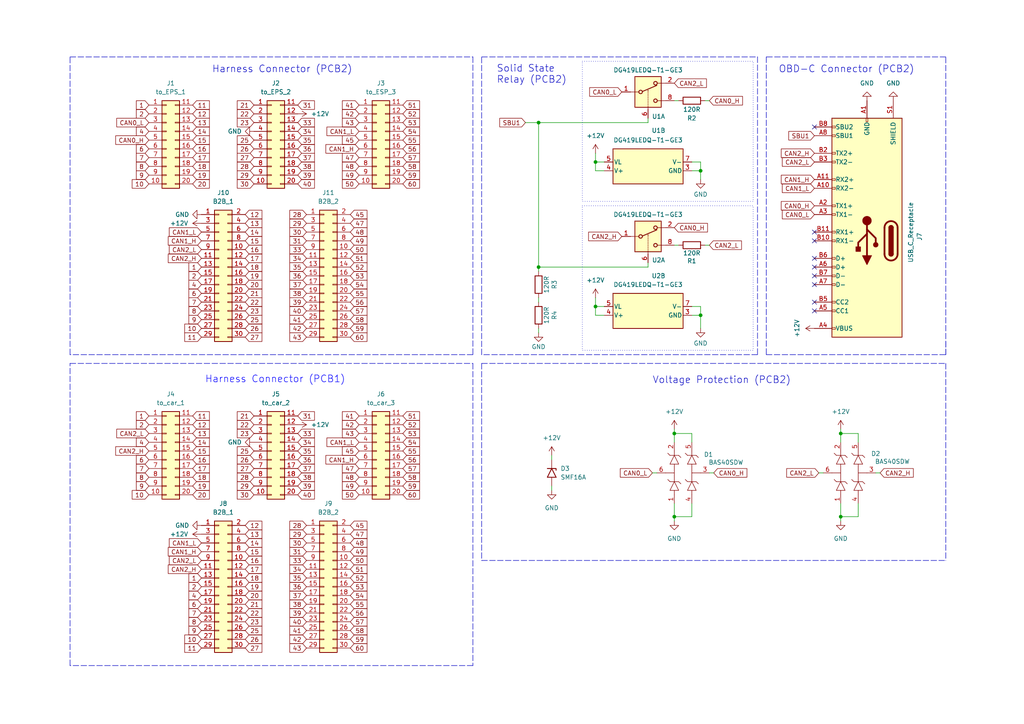
<source format=kicad_sch>
(kicad_sch (version 20250114) (generator "eeschema") (generator_version "9.0")
  (paper "A4")
  (rectangle (start 168.91 59.69) (end 218.44 101.6) (stroke (width 0) (type dot)))
  (rectangle (start 168.91 17.78) (end 218.44 58.42) (stroke (width 0) (type dot)))
  (text "Harness Connector (PCB2)" (at 61.468 21.336 0) (effects (font (size 2 2)) (justify left bottom)))
  (text "Voltage Protection (PCB2)" (at 189.23 111.506 0) (effects (font (size 2 2)) (justify left bottom)))
  (text "OBD-C Connector (PCB2)" (at 225.806 21.336 0) (effects (font (size 2 2)) (justify left bottom)))
  (text "Solid State \nRelay (PCB2)" (at 144.018 24.384 0) (effects (font (size 2 2)) (justify left bottom)))
  (text "Harness Connector (PCB1)" (at 59.436 111.252 0) (effects (font (size 2 2)) (justify left bottom)))
  (junction (at 156.21 35.56))
  (junction (at 172.72 46.99))
  (junction (at 195.58 125.73))
  (junction (at 243.84 149.86))
  (junction (at 156.21 77.47))
  (junction (at 243.84 125.73))
  (junction (at 203.2 91.44))
  (junction (at 172.72 88.9))
  (junction (at 203.2 49.53))
  (junction (at 195.58 149.86))
  (no_connect (at 236.22 67.31))
  (no_connect (at 236.22 69.85))
  (no_connect (at 236.22 90.17))
  (no_connect (at 236.22 87.63))
  (no_connect (at 236.22 82.55))
  (no_connect (at 236.22 77.47))
  (no_connect (at 236.22 74.93))
  (no_connect (at 236.22 80.01))
  (no_connect (at 236.22 36.83))
  (polyline (pts (xy 274.32 16.51) (xy 222.25 16.51)) (stroke (width 0) (type dash)))
  (wire (pts (xy 172.72 86.36) (xy 172.72 88.9)))
  (wire (pts (xy 195.58 149.86) (xy 195.58 151.13)))
  (wire (pts (xy 203.2 91.44) (xy 203.2 95.25)))
  (wire (pts (xy 156.21 77.47) (xy 156.21 78.74)))
  (wire (pts (xy 189.23 137.16) (xy 190.5 137.16)))
  (wire (pts (xy 237.49 137.16) (xy 238.76 137.16)))
  (wire (pts (xy 172.72 46.99) (xy 172.72 44.45)))
  (wire (pts (xy 243.84 125.73) (xy 243.84 128.27)))
  (polyline (pts (xy 222.25 16.51) (xy 222.25 102.87)) (stroke (width 0) (type dash)))
  (polyline (pts (xy 222.25 102.87) (xy 274.32 102.87)) (stroke (width 0) (type dash)))
  (wire (pts (xy 243.84 124.46) (xy 243.84 125.73)))
  (polyline (pts (xy 139.7 105.41) (xy 139.7 162.56)) (stroke (width 0) (type dash)))
  (wire (pts (xy 204.47 71.12) (xy 205.74 71.12)))
  (polyline (pts (xy 139.7 105.41) (xy 274.32 105.41)) (stroke (width 0) (type dash)))
  (wire (pts (xy 243.84 149.86) (xy 243.84 151.13)))
  (wire (pts (xy 196.85 29.21) (xy 195.58 29.21)))
  (wire (pts (xy 203.2 49.53) (xy 203.2 52.07)))
  (wire (pts (xy 175.26 49.53) (xy 172.72 49.53)))
  (wire (pts (xy 243.84 125.73) (xy 248.92 125.73)))
  (polyline (pts (xy 219.71 102.87) (xy 139.7 102.87)) (stroke (width 0) (type dash)))
  (wire (pts (xy 195.58 125.73) (xy 195.58 128.27)))
  (wire (pts (xy 196.85 71.12) (xy 195.58 71.12)))
  (wire (pts (xy 195.58 125.73) (xy 200.66 125.73)))
  (polyline (pts (xy 137.16 105.41) (xy 137.16 193.04)) (stroke (width 0) (type dash)))
  (wire (pts (xy 200.66 128.27) (xy 200.66 125.73)))
  (polyline (pts (xy 139.7 16.51) (xy 219.71 16.51)) (stroke (width 0) (type dash)))
  (wire (pts (xy 255.27 137.16) (xy 254 137.16)))
  (polyline (pts (xy 20.32 193.04) (xy 20.32 105.41)) (stroke (width 0) (type dash)))
  (wire (pts (xy 175.26 88.9) (xy 172.72 88.9)))
  (wire (pts (xy 203.2 88.9) (xy 203.2 91.44)))
  (wire (pts (xy 200.66 91.44) (xy 203.2 91.44)))
  (wire (pts (xy 200.66 146.05) (xy 200.66 149.86)))
  (wire (pts (xy 195.58 146.05) (xy 195.58 149.86)))
  (wire (pts (xy 175.26 91.44) (xy 172.72 91.44)))
  (wire (pts (xy 248.92 128.27) (xy 248.92 125.73)))
  (wire (pts (xy 160.02 140.97) (xy 160.02 142.24)))
  (polyline (pts (xy 219.71 16.51) (xy 219.71 102.87)) (stroke (width 0) (type dash)))
  (wire (pts (xy 243.84 149.86) (xy 248.92 149.86)))
  (wire (pts (xy 207.01 137.16) (xy 205.74 137.16)))
  (wire (pts (xy 205.74 29.21) (xy 204.47 29.21)))
  (wire (pts (xy 175.26 46.99) (xy 172.72 46.99)))
  (polyline (pts (xy 274.32 102.87) (xy 274.32 16.51)) (stroke (width 0) (type dash)))
  (polyline (pts (xy 139.7 102.87) (xy 139.7 16.51)) (stroke (width 0) (type dash)))
  (wire (pts (xy 156.21 35.56) (xy 187.96 35.56)))
  (wire (pts (xy 156.21 95.25) (xy 156.21 96.52)))
  (wire (pts (xy 195.58 149.86) (xy 200.66 149.86)))
  (polyline (pts (xy 139.7 162.56) (xy 274.32 162.56)) (stroke (width 0) (type dash)))
  (polyline (pts (xy 137.16 193.04) (xy 20.32 193.04)) (stroke (width 0) (type dash)))
  (wire (pts (xy 172.72 91.44) (xy 172.72 88.9)))
  (wire (pts (xy 203.2 46.99) (xy 203.2 49.53)))
  (wire (pts (xy 187.96 77.47) (xy 187.96 76.2)))
  (polyline (pts (xy 274.32 99.06) (xy 274.32 102.87)) (stroke (width 0) (type dash)))
  (polyline (pts (xy 20.32 102.87) (xy 20.32 16.51)) (stroke (width 0) (type dash)))
  (wire (pts (xy 156.21 77.47) (xy 187.96 77.47)))
  (wire (pts (xy 152.4 35.56) (xy 156.21 35.56)))
  (polyline (pts (xy 274.32 105.41) (xy 274.32 162.56)) (stroke (width 0) (type dash)))
  (wire (pts (xy 156.21 35.56) (xy 156.21 77.47)))
  (wire (pts (xy 243.84 146.05) (xy 243.84 149.86)))
  (wire (pts (xy 160.02 132.08) (xy 160.02 133.35)))
  (wire (pts (xy 195.58 124.46) (xy 195.58 125.73)))
  (polyline (pts (xy 20.32 16.51) (xy 137.16 16.51)) (stroke (width 0) (type dash)))
  (wire (pts (xy 200.66 49.53) (xy 203.2 49.53)))
  (wire (pts (xy 200.66 88.9) (xy 203.2 88.9)))
  (wire (pts (xy 172.72 49.53) (xy 172.72 46.99)))
  (wire (pts (xy 248.92 146.05) (xy 248.92 149.86)))
  (polyline (pts (xy 137.16 16.51) (xy 137.16 102.87)) (stroke (width 0) (type dash)))
  (polyline (pts (xy 137.16 102.87) (xy 20.32 102.87)) (stroke (width 0) (type dash)))
  (wire (pts (xy 200.66 46.99) (xy 203.2 46.99)))
  (polyline (pts (xy 20.32 105.41) (xy 137.16 105.41)) (stroke (width 0) (type dash)))
  (wire (pts (xy 187.96 34.29) (xy 187.96 35.56)))
  (wire (pts (xy 156.21 87.63) (xy 156.21 86.36)))
  (global_label "18" (shape input) (at 71.12 77.47 0) (property "Intersheetrefs" "${INTERSHEET_REFS}" (effects (hide yes))))
  (global_label "51" (shape input) (at 116.84 30.48 0) (property "Intersheetrefs" "${INTERSHEET_REFS}" (effects (hide yes))))
  (global_label "11" (shape input) (at 58.42 187.96 180) (property "Intersheetrefs" "${INTERSHEET_REFS}" (effects (hide yes))))
  (global_label "8" (shape input) (at 58.42 90.17 180) (property "Intersheetrefs" "${INTERSHEET_REFS}" (effects (hide yes))))
  (global_label "13" (shape input) (at 55.88 35.56 0) (property "Intersheetrefs" "${INTERSHEET_REFS}" (effects (hide yes))))
  (global_label "54" (shape input) (at 101.6 82.55 0) (property "Intersheetrefs" "${INTERSHEET_REFS}" (effects (hide yes))))
  (global_label "CAN2_L" (shape input) (at 58.42 72.39 180) (property "Intersheetrefs" "${INTERSHEET_REFS}" (effects (hide yes))))
  (global_label "50" (shape input) (at 104.14 143.51 180) (property "Intersheetrefs" "${INTERSHEET_REFS}" (effects (hide yes))))
  (global_label "31" (shape input) (at 86.36 120.65 0) (property "Intersheetrefs" "${INTERSHEET_REFS}" (effects (hide yes))))
  (global_label "54" (shape input) (at 116.84 128.27 0) (property "Intersheetrefs" "${INTERSHEET_REFS}" (effects (hide yes))))
  (global_label "1" (shape input) (at 58.42 77.47 180) (property "Intersheetrefs" "${INTERSHEET_REFS}" (effects (hide yes))))
  (global_label "CAN1_L" (shape input) (at 236.22 54.61 180) (property "Intersheetrefs" "${INTERSHEET_REFS}" (effects (hide yes))))
  (global_label "CAN0_H" (shape input) (at 43.18 40.64 180) (property "Intersheetrefs" "${INTERSHEET_REFS}" (effects (hide yes))))
  (global_label "49" (shape input) (at 104.14 140.97 180) (property "Intersheetrefs" "${INTERSHEET_REFS}" (effects (hide yes))))
  (global_label "59" (shape input) (at 101.6 95.25 0) (property "Intersheetrefs" "${INTERSHEET_REFS}" (effects (hide yes))))
  (global_label "39" (shape input) (at 86.36 50.8 0) (property "Intersheetrefs" "${INTERSHEET_REFS}" (effects (hide yes))))
  (global_label "16" (shape input) (at 55.88 43.18 0) (property "Intersheetrefs" "${INTERSHEET_REFS}" (effects (hide yes))))
  (global_label "14" (shape input) (at 71.12 67.31 0) (property "Intersheetrefs" "${INTERSHEET_REFS}" (effects (hide yes))))
  (global_label "56" (shape input) (at 101.6 87.63 0) (property "Intersheetrefs" "${INTERSHEET_REFS}" (effects (hide yes))))
  (global_label "36" (shape input) (at 88.9 80.01 180) (property "Intersheetrefs" "${INTERSHEET_REFS}" (effects (hide yes))))
  (global_label "26" (shape input) (at 71.12 95.25 0) (property "Intersheetrefs" "${INTERSHEET_REFS}" (effects (hide yes))))
  (global_label "60" (shape input) (at 116.84 143.51 0) (property "Intersheetrefs" "${INTERSHEET_REFS}" (effects (hide yes))))
  (global_label "38" (shape input) (at 88.9 175.26 180) (property "Intersheetrefs" "${INTERSHEET_REFS}" (effects (hide yes))))
  (global_label "59" (shape input) (at 116.84 140.97 0) (property "Intersheetrefs" "${INTERSHEET_REFS}" (effects (hide yes))))
  (global_label "CAN2_H" (shape input) (at 58.42 74.93 180) (property "Intersheetrefs" "${INTERSHEET_REFS}" (effects (hide yes))))
  (global_label "23" (shape input) (at 71.12 180.34 0) (property "Intersheetrefs" "${INTERSHEET_REFS}" (effects (hide yes))))
  (global_label "23" (shape input) (at 73.66 125.73 180) (property "Intersheetrefs" "${INTERSHEET_REFS}" (effects (hide yes))))
  (global_label "41" (shape input) (at 88.9 182.88 180) (property "Intersheetrefs" "${INTERSHEET_REFS}" (effects (hide yes))))
  (global_label "38" (shape input) (at 86.36 48.26 0) (property "Intersheetrefs" "${INTERSHEET_REFS}" (effects (hide yes))))
  (global_label "25" (shape input) (at 71.12 92.71 0) (property "Intersheetrefs" "${INTERSHEET_REFS}" (effects (hide yes))))
  (global_label "37" (shape input) (at 86.36 45.72 0) (property "Intersheetrefs" "${INTERSHEET_REFS}" (effects (hide yes))))
  (global_label "13" (shape input) (at 55.88 125.73 0) (property "Intersheetrefs" "${INTERSHEET_REFS}" (effects (hide yes))))
  (global_label "25" (shape input) (at 73.66 130.81 180) (property "Intersheetrefs" "${INTERSHEET_REFS}" (effects (hide yes))))
  (global_label "45" (shape input) (at 101.6 152.4 0) (property "Intersheetrefs" "${INTERSHEET_REFS}" (effects (hide yes))))
  (global_label "60" (shape input) (at 101.6 97.79 0) (property "Intersheetrefs" "${INTERSHEET_REFS}" (effects (hide yes))))
  (global_label "29" (shape input) (at 88.9 64.77 180) (property "Intersheetrefs" "${INTERSHEET_REFS}" (effects (hide yes))))
  (global_label "26" (shape input) (at 73.66 133.35 180) (property "Intersheetrefs" "${INTERSHEET_REFS}" (effects (hide yes))))
  (global_label "53" (shape input) (at 116.84 125.73 0) (property "Intersheetrefs" "${INTERSHEET_REFS}" (effects (hide yes))))
  (global_label "12" (shape input) (at 55.88 33.02 0) (property "Intersheetrefs" "${INTERSHEET_REFS}" (effects (hide yes))))
  (global_label "7" (shape input) (at 58.42 87.63 180) (property "Intersheetrefs" "${INTERSHEET_REFS}" (effects (hide yes))))
  (global_label "33" (shape input) (at 86.36 125.73 0) (property "Intersheetrefs" "${INTERSHEET_REFS}" (effects (hide yes))))
  (global_label "53" (shape input) (at 116.84 35.56 0) (property "Intersheetrefs" "${INTERSHEET_REFS}" (effects (hide yes))))
  (global_label "29" (shape input) (at 88.9 154.94 180) (property "Intersheetrefs" "${INTERSHEET_REFS}" (effects (hide yes))))
  (global_label "CAN0_L" (shape input) (at 180.34 26.67 180) (property "Intersheetrefs" "${INTERSHEET_REFS}" (effects (hide yes))))
  (global_label "12" (shape input) (at 55.88 123.19 0) (property "Intersheetrefs" "${INTERSHEET_REFS}" (effects (hide yes))))
  (global_label "30" (shape input) (at 73.66 143.51 180) (property "Intersheetrefs" "${INTERSHEET_REFS}" (effects (hide yes))))
  (global_label "51" (shape input) (at 101.6 74.93 0) (property "Intersheetrefs" "${INTERSHEET_REFS}" (effects (hide yes))))
  (global_label "52" (shape input) (at 101.6 77.47 0) (property "Intersheetrefs" "${INTERSHEET_REFS}" (effects (hide yes))))
  (global_label "43" (shape input) (at 104.14 125.73 180) (property "Intersheetrefs" "${INTERSHEET_REFS}" (effects (hide yes))))
  (global_label "9" (shape input) (at 58.42 182.88 180) (property "Intersheetrefs" "${INTERSHEET_REFS}" (effects (hide yes))))
  (global_label "2" (shape input) (at 58.42 170.18 180) (property "Intersheetrefs" "${INTERSHEET_REFS}" (effects (hide yes))))
  (global_label "49" (shape input) (at 101.6 69.85 0) (property "Intersheetrefs" "${INTERSHEET_REFS}" (effects (hide yes))))
  (global_label "19" (shape input) (at 71.12 80.01 0) (property "Intersheetrefs" "${INTERSHEET_REFS}" (effects (hide yes))))
  (global_label "15" (shape input) (at 71.12 160.02 0) (property "Intersheetrefs" "${INTERSHEET_REFS}" (effects (hide yes))))
  (global_label "17" (shape input) (at 55.88 45.72 0) (property "Intersheetrefs" "${INTERSHEET_REFS}" (effects (hide yes))))
  (global_label "37" (shape input) (at 88.9 172.72 180) (property "Intersheetrefs" "${INTERSHEET_REFS}" (effects (hide yes))))
  (global_label "CAN1_H" (shape input) (at 58.42 160.02 180) (property "Intersheetrefs" "${INTERSHEET_REFS}" (effects (hide yes))))
  (global_label "34" (shape input) (at 86.36 128.27 0) (property "Intersheetrefs" "${INTERSHEET_REFS}" (effects (hide yes))))
  (global_label "39" (shape input) (at 88.9 177.8 180) (property "Intersheetrefs" "${INTERSHEET_REFS}" (effects (hide yes))))
  (global_label "CAN1_L" (shape input) (at 58.42 67.31 180) (property "Intersheetrefs" "${INTERSHEET_REFS}" (effects (hide yes))))
  (global_label "17" (shape input) (at 71.12 74.93 0) (property "Intersheetrefs" "${INTERSHEET_REFS}" (effects (hide yes))))
  (global_label "41" (shape input) (at 88.9 92.71 180) (property "Intersheetrefs" "${INTERSHEET_REFS}" (effects (hide yes))))
  (global_label "16" (shape input) (at 71.12 72.39 0) (property "Intersheetrefs" "${INTERSHEET_REFS}" (effects (hide yes))))
  (global_label "28" (shape input) (at 73.66 48.26 180) (property "Intersheetrefs" "${INTERSHEET_REFS}" (effects (hide yes))))
  (global_label "1" (shape input) (at 43.18 120.65 180) (property "Intersheetrefs" "${INTERSHEET_REFS}" (effects (hide yes))))
  (global_label "54" (shape input) (at 116.84 38.1 0) (property "Intersheetrefs" "${INTERSHEET_REFS}" (effects (hide yes))))
  (global_label "23" (shape input) (at 73.66 35.56 180) (property "Intersheetrefs" "${INTERSHEET_REFS}" (effects (hide yes))))
  (global_label "52" (shape input) (at 116.84 123.19 0) (property "Intersheetrefs" "${INTERSHEET_REFS}" (effects (hide yes))))
  (global_label "50" (shape input) (at 101.6 72.39 0) (property "Intersheetrefs" "${INTERSHEET_REFS}" (effects (hide yes))))
  (global_label "27" (shape input) (at 71.12 187.96 0) (property "Intersheetrefs" "${INTERSHEET_REFS}" (effects (hide yes))))
  (global_label "49" (shape input) (at 101.6 160.02 0) (property "Intersheetrefs" "${INTERSHEET_REFS}" (effects (hide yes))))
  (global_label "13" (shape input) (at 71.12 64.77 0) (property "Intersheetrefs" "${INTERSHEET_REFS}" (effects (hide yes))))
  (global_label "4" (shape input) (at 58.42 172.72 180) (property "Intersheetrefs" "${INTERSHEET_REFS}" (effects (hide yes))))
  (global_label "11" (shape input) (at 58.42 97.79 180) (property "Intersheetrefs" "${INTERSHEET_REFS}" (effects (hide yes))))
  (global_label "7" (shape input) (at 43.18 135.89 180) (property "Intersheetrefs" "${INTERSHEET_REFS}" (effects (hide yes))))
  (global_label "15" (shape input) (at 55.88 130.81 0) (property "Intersheetrefs" "${INTERSHEET_REFS}" (effects (hide yes))))
  (global_label "8" (shape input) (at 43.18 138.43 180) (property "Intersheetrefs" "${INTERSHEET_REFS}" (effects (hide yes))))
  (global_label "1" (shape input) (at 43.18 30.48 180) (property "Intersheetrefs" "${INTERSHEET_REFS}" (effects (hide yes))))
  (global_label "39" (shape input) (at 86.36 140.97 0) (property "Intersheetrefs" "${INTERSHEET_REFS}" (effects (hide yes))))
  (global_label "41" (shape input) (at 104.14 30.48 180) (property "Intersheetrefs" "${INTERSHEET_REFS}" (effects (hide yes))))
  (global_label "CAN2_L" (shape input) (at 237.49 137.16 180) (property "Intersheetrefs" "${INTERSHEET_REFS}" (effects (hide yes))))
  (global_label "11" (shape input) (at 55.88 120.65 0) (property "Intersheetrefs" "${INTERSHEET_REFS}" (effects (hide yes))))
  (global_label "59" (shape input) (at 116.84 50.8 0) (property "Intersheetrefs" "${INTERSHEET_REFS}" (effects (hide yes))))
  (global_label "55" (shape input) (at 116.84 40.64 0) (property "Intersheetrefs" "${INTERSHEET_REFS}" (effects (hide yes))))
  (global_label "48" (shape input) (at 104.14 138.43 180) (property "Intersheetrefs" "${INTERSHEET_REFS}" (effects (hide yes))))
  (global_label "20" (shape input) (at 71.12 172.72 0) (property "Intersheetrefs" "${INTERSHEET_REFS}" (effects (hide yes))))
  (global_label "14" (shape input) (at 71.12 157.48 0) (property "Intersheetrefs" "${INTERSHEET_REFS}" (effects (hide yes))))
  (global_label "15" (shape input) (at 55.88 40.64 0) (property "Intersheetrefs" "${INTERSHEET_REFS}" (effects (hide yes))))
  (global_label "30" (shape input) (at 88.9 157.48 180) (property "Intersheetrefs" "${INTERSHEET_REFS}" (effects (hide yes))))
  (global_label "21" (shape input) (at 73.66 30.48 180) (property "Intersheetrefs" "${INTERSHEET_REFS}" (effects (hide yes))))
  (global_label "12" (shape input) (at 71.12 152.4 0) (property "Intersheetrefs" "${INTERSHEET_REFS}" (effects (hide yes))))
  (global_label "19" (shape input) (at 55.88 50.8 0) (property "Intersheetrefs" "${INTERSHEET_REFS}" (effects (hide yes))))
  (global_label "50" (shape input) (at 101.6 162.56 0) (property "Intersheetrefs" "${INTERSHEET_REFS}" (effects (hide yes))))
  (global_label "60" (shape input) (at 116.84 53.34 0) (property "Intersheetrefs" "${INTERSHEET_REFS}" (effects (hide yes))))
  (global_label "45" (shape input) (at 101.6 62.23 0) (property "Intersheetrefs" "${INTERSHEET_REFS}" (effects (hide yes))))
  (global_label "SBU1" (shape input) (at 236.22 39.37 180) (property "Intersheetrefs" "${INTERSHEET_REFS}" (effects (hide yes))))
  (global_label "CAN1_L" (shape input) (at 58.42 157.48 180) (property "Intersheetrefs" "${INTERSHEET_REFS}" (effects (hide yes))))
  (global_label "21" (shape input) (at 71.12 175.26 0) (property "Intersheetrefs" "${INTERSHEET_REFS}" (effects (hide yes))))
  (global_label "13" (shape input) (at 71.12 154.94 0) (property "Intersheetrefs" "${INTERSHEET_REFS}" (effects (hide yes))))
  (global_label "33" (shape input) (at 88.9 72.39 180) (property "Intersheetrefs" "${INTERSHEET_REFS}" (effects (hide yes))))
  (global_label "55" (shape input) (at 101.6 175.26 0) (property "Intersheetrefs" "${INTERSHEET_REFS}" (effects (hide yes))))
  (global_label "31" (shape input) (at 88.9 160.02 180) (property "Intersheetrefs" "${INTERSHEET_REFS}" (effects (hide yes))))
  (global_label "15" (shape input) (at 71.12 69.85 0) (property "Intersheetrefs" "${INTERSHEET_REFS}" (effects (hide yes))))
  (global_label "37" (shape input) (at 88.9 82.55 180) (property "Intersheetrefs" "${INTERSHEET_REFS}" (effects (hide yes))))
  (global_label "27" (shape input) (at 73.66 45.72 180) (property "Intersheetrefs" "${INTERSHEET_REFS}" (effects (hide yes))))
  (global_label "11" (shape input) (at 55.88 30.48 0) (property "Intersheetrefs" "${INTERSHEET_REFS}" (effects (hide yes))))
  (global_label "28" (shape input) (at 88.9 62.23 180) (property "Intersheetrefs" "${INTERSHEET_REFS}" (effects (hide yes))))
  (global_label "57" (shape input) (at 101.6 180.34 0) (property "Intersheetrefs" "${INTERSHEET_REFS}" (effects (hide yes))))
  (global_label "40" (shape input) (at 86.36 53.34 0) (property "Intersheetrefs" "${INTERSHEET_REFS}" (effects (hide yes))))
  (global_label "43" (shape input) (at 88.9 187.96 180) (property "Intersheetrefs" "${INTERSHEET_REFS}" (effects (hide yes))))
  (global_label "50" (shape input) (at 104.14 53.34 180) (property "Intersheetrefs" "${INTERSHEET_REFS}" (effects (hide yes))))
  (global_label "SBU1" (shape input) (at 152.4 35.56 180) (property "Intersheetrefs" "${INTERSHEET_REFS}" (effects (hide yes))))
  (global_label "57" (shape input) (at 116.84 135.89 0) (property "Intersheetrefs" "${INTERSHEET_REFS}" (effects (hide yes))))
  (global_label "42" (shape input) (at 104.14 33.02 180) (property "Intersheetrefs" "${INTERSHEET_REFS}" (effects (hide yes))))
  (global_label "4" (shape input) (at 58.42 82.55 180) (property "Intersheetrefs" "${INTERSHEET_REFS}" (effects (hide yes))))
  (global_label "18" (shape input) (at 55.88 138.43 0) (property "Intersheetrefs" "${INTERSHEET_REFS}" (effects (hide yes))))
  (global_label "CAN1_H" (shape input) (at 236.22 52.07 180) (property "Intersheetrefs" "${INTERSHEET_REFS}" (effects (hide yes))))
  (global_label "53" (shape input) (at 101.6 170.18 0) (property "Intersheetrefs" "${INTERSHEET_REFS}" (effects (hide yes))))
  (global_label "CAN0_H" (shape input) (at 236.22 59.69 180) (property "Intersheetrefs" "${INTERSHEET_REFS}" (effects (hide yes))))
  (global_label "25" (shape input) (at 73.66 40.64 180) (property "Intersheetrefs" "${INTERSHEET_REFS}" (effects (hide yes))))
  (global_label "29" (shape input) (at 73.66 140.97 180) (property "Intersheetrefs" "${INTERSHEET_REFS}" (effects (hide yes))))
  (global_label "56" (shape input) (at 101.6 177.8 0) (property "Intersheetrefs" "${INTERSHEET_REFS}" (effects (hide yes))))
  (global_label "23" (shape input) (at 71.12 90.17 0) (property "Intersheetrefs" "${INTERSHEET_REFS}" (effects (hide yes))))
  (global_label "47" (shape input) (at 101.6 154.94 0) (property "Intersheetrefs" "${INTERSHEET_REFS}" (effects (hide yes))))
  (global_label "14" (shape input) (at 55.88 38.1 0) (property "Intersheetrefs" "${INTERSHEET_REFS}" (effects (hide yes))))
  (global_label "58" (shape input) (at 101.6 182.88 0) (property "Intersheetrefs" "${INTERSHEET_REFS}" (effects (hide yes))))
  (global_label "28" (shape input) (at 88.9 152.4 180) (property "Intersheetrefs" "${INTERSHEET_REFS}" (effects (hide yes))))
  (global_label "47" (shape input) (at 104.14 135.89 180) (property "Intersheetrefs" "${INTERSHEET_REFS}" (effects (hide yes))))
  (global_label "58" (shape input) (at 116.84 48.26 0) (property "Intersheetrefs" "${INTERSHEET_REFS}" (effects (hide yes))))
  (global_label "CAN0_L" (shape input) (at 43.18 35.56 180) (property "Intersheetrefs" "${INTERSHEET_REFS}" (effects (hide yes))))
  (global_label "19" (shape input) (at 55.88 140.97 0) (property "Intersheetrefs" "${INTERSHEET_REFS}" (effects (hide yes))))
  (global_label "27" (shape input) (at 73.66 135.89 180) (property "Intersheetrefs" "${INTERSHEET_REFS}" (effects (hide yes))))
  (global_label "CAN0_H" (shape input) (at 207.01 137.16 0) (property "Intersheetrefs" "${INTERSHEET_REFS}" (effects (hide yes))))
  (global_label "58" (shape input) (at 116.84 138.43 0) (property "Intersheetrefs" "${INTERSHEET_REFS}" (effects (hide yes))))
  (global_label "40" (shape input) (at 86.36 143.51 0) (property "Intersheetrefs" "${INTERSHEET_REFS}" (effects (hide yes))))
  (global_label "35" (shape input) (at 86.36 40.64 0) (property "Intersheetrefs" "${INTERSHEET_REFS}" (effects (hide yes))))
  (global_label "10" (shape input) (at 58.42 95.25 180) (property "Intersheetrefs" "${INTERSHEET_REFS}" (effects (hide yes))))
  (global_label "35" (shape input) (at 86.36 130.81 0) (property "Intersheetrefs" "${INTERSHEET_REFS}" (effects (hide yes))))
  (global_label "42" (shape input) (at 88.9 185.42 180) (property "Intersheetrefs" "${INTERSHEET_REFS}" (effects (hide yes))))
  (global_label "34" (shape input) (at 88.9 165.1 180) (property "Intersheetrefs" "${INTERSHEET_REFS}" (effects (hide yes))))
  (global_label "49" (shape input) (at 104.14 50.8 180) (property "Intersheetrefs" "${INTERSHEET_REFS}" (effects (hide yes))))
  (global_label "34" (shape input) (at 86.36 38.1 0) (property "Intersheetrefs" "${INTERSHEET_REFS}" (effects (hide yes))))
  (global_label "CAN1_H" (shape input) (at 104.14 133.35 180) (property "Intersheetrefs" "${INTERSHEET_REFS}" (effects (hide yes))))
  (global_label "CAN0_H" (shape input) (at 195.58 66.04 0) (property "Intersheetrefs" "${INTERSHEET_REFS}" (effects (hide yes))))
  (global_label "6" (shape input) (at 43.18 133.35 180) (property "Intersheetrefs" "${INTERSHEET_REFS}" (effects (hide yes))))
  (global_label "CAN1_L" (shape input) (at 104.14 38.1 180) (property "Intersheetrefs" "${INTERSHEET_REFS}" (effects (hide yes))))
  (global_label "18" (shape input) (at 55.88 48.26 0) (property "Intersheetrefs" "${INTERSHEET_REFS}" (effects (hide yes))))
  (global_label "CAN1_L" (shape input) (at 104.14 128.27 180) (property "Intersheetrefs" "${INTERSHEET_REFS}" (effects (hide yes))))
  (global_label "33" (shape input) (at 88.9 162.56 180) (property "Intersheetrefs" "${INTERSHEET_REFS}" (effects (hide yes))))
  (global_label "CAN2_L" (shape input) (at 236.22 46.99 180) (property "Intersheetrefs" "${INTERSHEET_REFS}" (effects (hide yes))))
  (global_label "6" (shape input) (at 43.18 43.18 180) (property "Intersheetrefs" "${INTERSHEET_REFS}" (effects (hide yes))))
  (global_label "22" (shape input) (at 73.66 33.02 180) (property "Intersheetrefs" "${INTERSHEET_REFS}" (effects (hide yes))))
  (global_label "2" (shape input) (at 43.18 123.19 180) (property "Intersheetrefs" "${INTERSHEET_REFS}" (effects (hide yes))))
  (global_label "42" (shape input) (at 88.9 95.25 180) (property "Intersheetrefs" "${INTERSHEET_REFS}" (effects (hide yes))))
  (global_label "19" (shape input) (at 71.12 170.18 0) (property "Intersheetrefs" "${INTERSHEET_REFS}" (effects (hide yes))))
  (global_label "42" (shape input) (at 104.14 123.19 180) (property "Intersheetrefs" "${INTERSHEET_REFS}" (effects (hide yes))))
  (global_label "CAN2_H" (shape input) (at 180.34 68.58 180) (property "Intersheetrefs" "${INTERSHEET_REFS}" (effects (hide yes))))
  (global_label "20" (shape input) (at 55.88 53.34 0) (property "Intersheetrefs" "${INTERSHEET_REFS}" (effects (hide yes))))
  (global_label "CAN2_L" (shape input) (at 43.18 125.73 180) (property "Intersheetrefs" "${INTERSHEET_REFS}" (effects (hide yes))))
  (global_label "35" (shape input) (at 88.9 77.47 180) (property "Intersheetrefs" "${INTERSHEET_REFS}" (effects (hide yes))))
  (global_label "36" (shape input) (at 86.36 133.35 0) (property "Intersheetrefs" "${INTERSHEET_REFS}" (effects (hide yes))))
  (global_label "27" (shape input) (at 71.12 97.79 0) (property "Intersheetrefs" "${INTERSHEET_REFS}" (effects (hide yes))))
  (global_label "26" (shape input) (at 71.12 185.42 0) (property "Intersheetrefs" "${INTERSHEET_REFS}" (effects (hide yes))))
  (global_label "36" (shape input) (at 86.36 43.18 0) (property "Intersheetrefs" "${INTERSHEET_REFS}" (effects (hide yes))))
  (global_label "17" (shape input) (at 71.12 165.1 0) (property "Intersheetrefs" "${INTERSHEET_REFS}" (effects (hide yes))))
  (global_label "51" (shape input) (at 116.84 120.65 0) (property "Intersheetrefs" "${INTERSHEET_REFS}" (effects (hide yes))))
  (global_label "20" (shape input) (at 71.12 82.55 0) (property "Intersheetrefs" "${INTERSHEET_REFS}" (effects (hide yes))))
  (global_label "41" (shape input) (at 104.14 120.65 180) (property "Intersheetrefs" "${INTERSHEET_REFS}" (effects (hide yes))))
  (global_label "9" (shape input) (at 58.42 92.71 180) (property "Intersheetrefs" "${INTERSHEET_REFS}" (effects (hide yes))))
  (global_label "21" (shape input) (at 73.66 120.65 180) (property "Intersheetrefs" "${INTERSHEET_REFS}" (effects (hide yes))))
  (global_label "18" (shape input) (at 71.12 167.64 0) (property "Intersheetrefs" "${INTERSHEET_REFS}" (effects (hide yes))))
  (global_label "40" (shape input) (at 88.9 90.17 180) (property "Intersheetrefs" "${INTERSHEET_REFS}" (effects (hide yes))))
  (global_label "56" (shape input) (at 116.84 43.18 0) (property "Intersheetrefs" "${INTERSHEET_REFS}" (effects (hide yes))))
  (global_label "CAN2_H" (shape input) (at 43.18 130.81 180) (property "Intersheetrefs" "${INTERSHEET_REFS}" (effects (hide yes))))
  (global_label "38" (shape input) (at 88.9 85.09 180) (property "Intersheetrefs" "${INTERSHEET_REFS}" (effects (hide yes))))
  (global_label "6" (shape input) (at 58.42 85.09 180) (property "Intersheetrefs" "${INTERSHEET_REFS}" (effects (hide yes))))
  (global_label "40" (shape input) (at 88.9 180.34 180) (property "Intersheetrefs" "${INTERSHEET_REFS}" (effects (hide yes))))
  (global_label "8" (shape input) (at 43.18 48.26 180) (property "Intersheetrefs" "${INTERSHEET_REFS}" (effects (hide yes))))
  (global_label "22" (shape input) (at 73.66 123.19 180) (property "Intersheetrefs" "${INTERSHEET_REFS}" (effects (hide yes))))
  (global_label "4" (shape input) (at 43.18 128.27 180) (property "Intersheetrefs" "${INTERSHEET_REFS}" (effects (hide yes))))
  (global_label "37" (shape input) (at 86.36 135.89 0) (property "Intersheetrefs" "${INTERSHEET_REFS}" (effects (hide yes))))
  (global_label "25" (shape input) (at 71.12 182.88 0) (property "Intersheetrefs" "${INTERSHEET_REFS}" (effects (hide yes))))
  (global_label "48" (shape input) (at 104.14 48.26 180) (property "Intersheetrefs" "${INTERSHEET_REFS}" (effects (hide yes))))
  (global_label "CAN2_L" (shape input) (at 195.58 24.13 0) (property "Intersheetrefs" "${INTERSHEET_REFS}" (effects (hide yes))))
  (global_label "55" (shape input) (at 116.84 130.81 0) (property "Intersheetrefs" "${INTERSHEET_REFS}" (effects (hide yes))))
  (global_label "16" (shape input) (at 55.88 133.35 0) (property "Intersheetrefs" "${INTERSHEET_REFS}" (effects (hide yes))))
  (global_label "38" (shape input) (at 86.36 138.43 0) (property "Intersheetrefs" "${INTERSHEET_REFS}" (effects (hide yes))))
  (global_label "CAN0_H" (shape input) (at 205.74 29.21 0) (property "Intersheetrefs" "${INTERSHEET_REFS}" (effects (hide yes))))
  (global_label "55" (shape input) (at 101.6 85.09 0) (property "Intersheetrefs" "${INTERSHEET_REFS}" (effects (hide yes))))
  (global_label "29" (shape input) (at 73.66 50.8 180) (property "Intersheetrefs" "${INTERSHEET_REFS}" (effects (hide yes))))
  (global_label "10" (shape input) (at 58.42 185.42 180) (property "Intersheetrefs" "${INTERSHEET_REFS}" (effects (hide yes))))
  (global_label "22" (shape input) (at 71.12 87.63 0) (property "Intersheetrefs" "${INTERSHEET_REFS}" (effects (hide yes))))
  (global_label "60" (shape input) (at 101.6 187.96 0) (property "Intersheetrefs" "${INTERSHEET_REFS}" (effects (hide yes))))
  (global_label "34" (shape input) (at 88.9 74.93 180) (property "Intersheetrefs" "${INTERSHEET_REFS}" (effects (hide yes))))
  (global_label "12" (shape input) (at 71.12 62.23 0) (property "Intersheetrefs" "${INTERSHEET_REFS}" (effects (hide yes))))
  (global_label "26" (shape input) (at 73.66 43.18 180) (property "Intersheetrefs" "${INTERSHEET_REFS}" (effects (hide yes))))
  (global_label "14" (shape input) (at 55.88 128.27 0) (property "Intersheetrefs" "${INTERSHEET_REFS}" (effects (hide yes))))
  (global_label "CAN2_H" (shape input) (at 58.42 165.1 180) (property "Intersheetrefs" "${INTERSHEET_REFS}" (effects (hide yes))))
  (global_label "52" (shape input) (at 101.6 167.64 0) (property "Intersheetrefs" "${INTERSHEET_REFS}" (effects (hide yes))))
  (global_label "17" (shape input) (at 55.88 135.89 0) (property "Intersheetrefs" "${INTERSHEET_REFS}" (effects (hide yes))))
  (global_label "CAN2_H" (shape input) (at 236.22 44.45 180) (property "Intersheetrefs" "${INTERSHEET_REFS}" (effects (hide yes))))
  (global_label "47" (shape input) (at 101.6 64.77 0) (property "Intersheetrefs" "${INTERSHEET_REFS}" (effects (hide yes))))
  (global_label "31" (shape input) (at 88.9 69.85 180) (property "Intersheetrefs" "${INTERSHEET_REFS}" (effects (hide yes))))
  (global_label "31" (shape input) (at 86.36 30.48 0) (property "Intersheetrefs" "${INTERSHEET_REFS}" (effects (hide yes))))
  (global_label "4" (shape input) (at 43.18 38.1 180) (property "Intersheetrefs" "${INTERSHEET_REFS}" (effects (hide yes))))
  (global_label "30" (shape input) (at 73.66 53.34 180) (property "Intersheetrefs" "${INTERSHEET_REFS}" (effects (hide yes))))
  (global_label "21" (shape input) (at 71.12 85.09 0) (property "Intersheetrefs" "${INTERSHEET_REFS}" (effects (hide yes))))
  (global_label "43" (shape input) (at 88.9 97.79 180) (property "Intersheetrefs" "${INTERSHEET_REFS}" (effects (hide yes))))
  (global_label "CAN0_L" (shape input) (at 236.22 62.23 180) (property "Intersheetrefs" "${INTERSHEET_REFS}" (effects (hide yes))))
  (global_label "58" (shape input) (at 101.6 92.71 0) (property "Intersheetrefs" "${INTERSHEET_REFS}" (effects (hide yes))))
  (global_label "48" (shape input) (at 101.6 157.48 0) (property "Intersheetrefs" "${INTERSHEET_REFS}" (effects (hide yes))))
  (global_label "9" (shape input) (at 43.18 50.8 180) (property "Intersheetrefs" "${INTERSHEET_REFS}" (effects (hide yes))))
  (global_label "52" (shape input) (at 116.84 33.02 0) (property "Intersheetrefs" "${INTERSHEET_REFS}" (effects (hide yes))))
  (global_label "57" (shape input) (at 116.84 45.72 0) (property "Intersheetrefs" "${INTERSHEET_REFS}" (effects (hide yes))))
  (global_label "CAN2_L" (shape input) (at 205.74 71.12 0) (property "Intersheetrefs" "${INTERSHEET_REFS}" (effects (hide yes))))
  (global_label "6" (shape input) (at 58.42 175.26 180) (property "Intersheetrefs" "${INTERSHEET_REFS}" (effects (hide yes))))
  (global_label "36" (shape input) (at 88.9 170.18 180) (property "Intersheetrefs" "${INTERSHEET_REFS}" (effects (hide yes))))
  (global_label "45" (shape input) (at 104.14 130.81 180) (property "Intersheetrefs" "${INTERSHEET_REFS}" (effects (hide yes))))
  (global_label "CAN2_L" (shape input) (at 58.42 162.56 180) (property "Intersheetrefs" "${INTERSHEET_REFS}" (effects (hide yes))))
  (global_label "48" (shape input) (at 101.6 67.31 0) (property "Intersheetrefs" "${INTERSHEET_REFS}" (effects (hide yes))))
  (global_label "53" (shape input) (at 101.6 80.01 0) (property "Intersheetrefs" "${INTERSHEET_REFS}" (effects (hide yes))))
  (global_label "CAN2_H" (shape input) (at 255.27 137.16 0) (property "Intersheetrefs" "${INTERSHEET_REFS}" (effects (hide yes))))
  (global_label "22" (shape input) (at 71.12 177.8 0) (property "Intersheetrefs" "${INTERSHEET_REFS}" (effects (hide yes))))
  (global_label "2" (shape input) (at 58.42 80.01 180) (property "Intersheetrefs" "${INTERSHEET_REFS}" (effects (hide yes))))
  (global_label "8" (shape input) (at 58.42 180.34 180) (property "Intersheetrefs" "${INTERSHEET_REFS}" (effects (hide yes))))
  (global_label "30" (shape input) (at 88.9 67.31 180) (property "Intersheetrefs" "${INTERSHEET_REFS}" (effects (hide yes))))
  (global_label "33" (shape input) (at 86.36 35.56 0) (property "Intersheetrefs" "${INTERSHEET_REFS}" (effects (hide yes))))
  (global_label "39" (shape input) (at 88.9 87.63 180) (property "Intersheetrefs" "${INTERSHEET_REFS}" (effects (hide yes))))
  (global_label "54" (shape input) (at 101.6 172.72 0) (property "Intersheetrefs" "${INTERSHEET_REFS}" (effects (hide yes))))
  (global_label "16" (shape input) (at 71.12 162.56 0) (property "Intersheetrefs" "${INTERSHEET_REFS}" (effects (hide yes))))
  (global_label "43" (shape input) (at 104.14 35.56 180) (property "Intersheetrefs" "${INTERSHEET_REFS}" (effects (hide yes))))
  (global_label "57" (shape input) (at 101.6 90.17 0) (property "Intersheetrefs" "${INTERSHEET_REFS}" (effects (hide yes))))
  (global_label "7" (shape input) (at 58.42 177.8 180) (property "Intersheetrefs" "${INTERSHEET_REFS}" (effects (hide yes))))
  (global_label "35" (shape input) (at 88.9 167.64 180) (property "Intersheetrefs" "${INTERSHEET_REFS}" (effects (hide yes))))
  (global_label "59" (shape input) (at 101.6 185.42 0) (property "Intersheetrefs" "${INTERSHEET_REFS}" (effects (hide yes))))
  (global_label "CAN0_L" (shape input) (at 189.23 137.16 180) (property "Intersheetrefs" "${INTERSHEET_REFS}" (effects (hide yes))))
  (global_label "9" (shape input) (at 43.18 140.97 180) (property "Intersheetrefs" "${INTERSHEET_REFS}" (effects (hide yes))))
  (global_label "51" (shape input) (at 101.6 165.1 0) (property "Intersheetrefs" "${INTERSHEET_REFS}" (effects (hide yes))))
  (global_label "56" (shape input) (at 116.84 133.35 0) (property "Intersheetrefs" "${INTERSHEET_REFS}" (effects (hide yes))))
  (global_label "2" (shape input) (at 43.18 33.02 180) (property "Intersheetrefs" "${INTERSHEET_REFS}" (effects (hide yes))))
  (global_label "1" (shape input) (at 58.42 167.64 180) (property "Intersheetrefs" "${INTERSHEET_REFS}" (effects (hide yes))))
  (global_label "28" (shape input) (at 73.66 138.43 180) (property "Intersheetrefs" "${INTERSHEET_REFS}" (effects (hide yes))))
  (global_label "CAN1_H" (shape input) (at 104.14 43.18 180) (property "Intersheetrefs" "${INTERSHEET_REFS}" (effects (hide yes))))
  (global_label "10" (shape input) (at 43.18 53.34 180) (property "Intersheetrefs" "${INTERSHEET_REFS}" (effects (hide yes))))
  (global_label "20" (shape input) (at 55.88 143.51 0) (property "Intersheetrefs" "${INTERSHEET_REFS}" (effects (hide yes))))
  (global_label "10" (shape input) (at 43.18 143.51 180) (property "Intersheetrefs" "${INTERSHEET_REFS}" (effects (hide yes))))
  (global_label "7" (shape input) (at 43.18 45.72 180) (property "Intersheetrefs" "${INTERSHEET_REFS}" (effects (hide yes))))
  (global_label "47" (shape input) (at 104.14 45.72 180) (property "Intersheetrefs" "${INTERSHEET_REFS}" (effects (hide yes))))
  (global_label "45" (shape input) (at 104.14 40.64 180) (property "Intersheetrefs" "${INTERSHEET_REFS}" (effects (hide yes))))
  (global_label "CAN1_H" (shape input) (at 58.42 69.85 180) (property "Intersheetrefs" "${INTERSHEET_REFS}" (effects (hide yes))))
  (symbol (lib_id "Connector_Generic:Conn_02x15_Odd_Even") (at 63.5 80.01 0) (unit 1)
    (property "Reference" "J10" (at 64.77 55.88 0))
    (property "Value" "B2B_1" (at 64.77 58.42 0))
    (property "Footprint" "PSA:SAMTEC_TW-10-03-T-T-320-100" (effects (hide yes)))
    (property "Description" "Generic connector, double row, 02x15, odd/even pin numbering scheme (row 1 odd numbers, row 2 even numbers), script generated (kicad-library-utils/schlib/autogen/connector/)" (effects (hide yes)))
  )
  (symbol (lib_id "power:GND") (at 203.2 95.25 0) (unit 1)
    (property "Reference" "#PWR0103" (effects (hide yes)))
    (property "Value" "GND" (at 203.2 99.568 0))
  )
  (symbol (lib_id "power:GND") (at 73.66 128.27 270) (unit 1)
    (property "Reference" "#PWR2" (effects (hide yes)))
    (property "Value" "GND" (at 66.04 128.27 90) (effects (justify left)))
  )
  (symbol (lib_name "BAS40SDW-AU_1") (lib_id "PSA:BAS40SDW-AU") (at 198.12 137.16 0) (unit 1)
    (property "Reference" "D1" (at 205.486 131.826 0))
    (property "Value" "BAS40SDW" (at 210.566 134.112 0))
    (property "Footprint" "Package_TO_SOT_SMD:SOT-363_SC-70-6" (effects (hide yes)))
  )
  (symbol (lib_id "power:+12V") (at 58.42 154.94 90) (mirror x) (unit 1)
    (property "Reference" "#PWR06" (effects (hide yes)))
    (property "Value" "+12V" (at 54.61 154.9399 90) (effects (justify left)))
  )
  (symbol (lib_id "Device:R") (at 156.21 82.55 0) (unit 1)
    (property "Reference" "R3" (at 160.782 82.55 90))
    (property "Value" "120R" (at 158.496 82.55 90))
    (property "Footprint" "Resistor_SMD:R_1206_3216Metric" (effects (hide yes)))
  )
  (symbol (lib_id "power:+12V") (at 195.58 124.46 0) (unit 1)
    (property "Reference" "#PWR0114" (effects (hide yes)))
    (property "Value" "+12V" (at 195.58 119.38 0))
  )
  (symbol (lib_id "power:GND") (at 58.42 152.4 270) (unit 1)
    (property "Reference" "#PWR05" (effects (hide yes)))
    (property "Value" "GND" (at 50.8 152.4 90) (effects (justify left)))
  )
  (symbol (lib_id "Connector_Generic:Conn_02x10_Top_Bottom") (at 109.22 130.81 0) (unit 1)
    (property "Reference" "J6" (at 110.49 114.3 0))
    (property "Value" "to_car_3" (at 110.49 116.84 0))
    (property "Footprint" "PSA:SAMTEC_ESW-110-44-F-D" (effects (hide yes)))
    (property "Description" "Generic connector, double row, 02x10, top/bottom pin numbering scheme (row 1: 1...pins_per_row, row2: pins_per_row+1 ... num_pins), script generated (kicad-library-utils/schlib/autogen/connector/)" (effects (hide yes)))
  )
  (symbol (lib_id "power:GND") (at 160.02 142.24 0) (unit 1)
    (property "Reference" "#PWR0107" (effects (hide yes)))
    (property "Value" "GND" (at 160.02 147.32 0))
  )
  (symbol (lib_id "power:GND") (at 73.66 38.1 270) (unit 1)
    (property "Reference" "#PWR4" (effects (hide yes)))
    (property "Value" "GND" (at 66.04 38.1 90) (effects (justify left)))
  )
  (symbol (lib_id "power:GND") (at 243.84 151.13 0) (unit 1)
    (property "Reference" "#PWR0106" (effects (hide yes)))
    (property "Value" "GND" (at 243.84 156.21 0))
  )
  (symbol (lib_id "Connector_Generic:Conn_02x15_Odd_Even") (at 93.98 170.18 0) (unit 1)
    (property "Reference" "J9" (at 95.25 146.05 0))
    (property "Value" "B2B_2" (at 95.25 148.59 0))
    (property "Footprint" "PSA:SAMTEC_TW-10-03-T-T-320-100" (effects (hide yes)))
    (property "Description" "Generic connector, double row, 02x15, odd/even pin numbering scheme (row 1 odd numbers, row 2 even numbers), script generated (kicad-library-utils/schlib/autogen/connector/)" (effects (hide yes)))
  )
  (symbol (lib_id "power:GND") (at 259.08 29.21 180) (unit 1)
    (property "Reference" "#PWR0109" (effects (hide yes)))
    (property "Value" "GND" (at 259.08 24.13 0))
  )
  (symbol (lib_id "Connector_Generic:Conn_02x10_Top_Bottom") (at 78.74 40.64 0) (unit 1)
    (property "Reference" "J2" (at 80.01 24.13 0))
    (property "Value" "to_EPS_2" (at 80.01 26.67 0))
    (property "Footprint" "PSA:Amphenol_10129381-920003BLF" (effects (hide yes)))
    (property "Description" "Generic connector, double row, 02x10, top/bottom pin numbering scheme (row 1: 1...pins_per_row, row2: pins_per_row+1 ... num_pins), script generated (kicad-library-utils/schlib/autogen/connector/)" (effects (hide yes)))
  )
  (symbol (lib_id "Connector:USB_C_Receptacle") (at 251.46 69.85 180) (unit 1)
    (property "Reference" "J7" (at 266.7 69.85 90) (effects (justify right)))
    (property "Value" "USB_C_Receptacle" (at 264.16 76.1999 90) (effects (justify right)))
    (property "Footprint" "PSA:GCT_USB4115-03-C_REVB4" (effects (hide yes)))
    (property "Datasheet" "https://www.usb.org/sites/default/files/documents/usb_type-c.zip" (effects (hide yes)))
  )
  (symbol (lib_id "Connector_Generic:Conn_02x15_Odd_Even") (at 93.98 80.01 0) (unit 1)
    (property "Reference" "J11" (at 95.25 55.88 0))
    (property "Value" "B2B_2" (at 95.25 58.42 0))
    (property "Footprint" "PSA:SAMTEC_TW-10-03-T-T-320-100" (effects (hide yes)))
    (property "Description" "Generic connector, double row, 02x15, odd/even pin numbering scheme (row 1 odd numbers, row 2 even numbers), script generated (kicad-library-utils/schlib/autogen/connector/)" (effects (hide yes)))
  )
  (symbol (lib_id "Device:R") (at 200.66 71.12 270) (unit 1)
    (property "Reference" "R1" (at 200.66 75.692 90))
    (property "Value" "120R" (at 200.66 73.406 90))
    (property "Footprint" "Resistor_SMD:R_1206_3216Metric" (effects (hide yes)))
  )
  (symbol (lib_id "PSA:BAS40SDW-AU") (at 246.38 137.16 0) (unit 1)
    (property "Reference" "D2" (at 254 131.572 0))
    (property "Value" "BAS40SDW" (at 258.826 133.858 0))
    (property "Footprint" "Package_TO_SOT_SMD:SOT-363_SC-70-6" (effects (hide yes)))
  )
  (symbol (lib_id "power:+12V") (at 236.22 95.25 90) (unit 1)
    (property "Reference" "#PWR0111" (effects (hide yes)))
    (property "Value" "+12V" (at 231.14 95.25 0))
  )
  (symbol (lib_id "Connector_Generic:Conn_02x10_Top_Bottom") (at 78.74 130.81 0) (unit 1)
    (property "Reference" "J5" (at 80.01 114.3 0))
    (property "Value" "to_car_2" (at 80.01 116.84 0))
    (property "Footprint" "PSA:SAMTEC_ESW-110-44-F-D" (effects (hide yes)))
    (property "Description" "Generic connector, double row, 02x10, top/bottom pin numbering scheme (row 1: 1...pins_per_row, row2: pins_per_row+1 ... num_pins), script generated (kicad-library-utils/schlib/autogen/connector/)" (effects (hide yes)))
  )
  (symbol (lib_id "power:GND") (at 58.42 62.23 270) (unit 1)
    (property "Reference" "#PWR07" (effects (hide yes)))
    (property "Value" "GND" (at 50.8 62.23 90) (effects (justify left)))
  )
  (symbol (lib_id "power:+12V") (at 160.02 132.08 0) (unit 1)
    (property "Reference" "#PWR0116" (effects (hide yes)))
    (property "Value" "+12V" (at 160.02 127 0))
  )
  (symbol (lib_id "Analog_Switch:DG419LEUA") (at 187.96 68.58 0) (unit 1)
    (property "Reference" "U2" (at 191.008 75.438 0))
    (property "Value" "DG419LEDQ-T1-GE3" (at 187.96 62.23 0))
    (property "Footprint" "Package_SO:MSOP-8_3x3mm_P0.65mm" (effects (hide yes)))
    (property "Datasheet" "https://datasheets.maximintegrated.com/en/ds/DG417-DG419.pdf" (effects (hide yes)))
    (property "Description" "Single SPDT 3V Logic Compatible CMOS Analog Switch, 35Ohm Ron, with Vlogic, MSOP-8" (effects (hide yes)))
  )
  (symbol (lib_id "Analog_Switch:DG419LEUA") (at 187.96 26.67 0) (unit 1)
    (property "Reference" "U1" (at 191.008 33.782 0))
    (property "Value" "DG419LEDQ-T1-GE3" (at 187.96 20.32 0))
    (property "Footprint" "Package_SO:MSOP-8_3x3mm_P0.65mm" (effects (hide yes)))
    (property "Datasheet" "https://datasheets.maximintegrated.com/en/ds/DG417-DG419.pdf" (effects (hide yes)))
    (property "Description" "Single SPDT 3V Logic Compatible CMOS Analog Switch, 35Ohm Ron, with Vlogic, MSOP-8" (effects (hide yes)))
  )
  (symbol (lib_id "Connector_Generic:Conn_02x15_Odd_Even") (at 63.5 170.18 0) (unit 1)
    (property "Reference" "J8" (at 64.77 146.05 0))
    (property "Value" "B2B_1" (at 64.77 148.59 0))
    (property "Footprint" "PSA:SAMTEC_TW-10-03-T-T-320-100" (effects (hide yes)))
    (property "Description" "Generic connector, double row, 02x15, odd/even pin numbering scheme (row 1 odd numbers, row 2 even numbers), script generated (kicad-library-utils/schlib/autogen/connector/)" (effects (hide yes)))
  )
  (symbol (lib_id "power:GND") (at 203.2 52.07 0) (unit 1)
    (property "Reference" "#PWR0104" (effects (hide yes)))
    (property "Value" "GND" (at 203.2 56.388 0))
  )
  (symbol (lib_id "Connector_Generic:Conn_02x10_Top_Bottom") (at 48.26 130.81 0) (unit 1)
    (property "Reference" "J4" (at 49.53 114.3 0))
    (property "Value" "to_car_1" (at 49.53 116.84 0))
    (property "Footprint" "PSA:SAMTEC_ESW-110-44-F-D" (effects (hide yes)))
    (property "Description" "Generic connector, double row, 02x10, top/bottom pin numbering scheme (row 1: 1...pins_per_row, row2: pins_per_row+1 ... num_pins), script generated (kicad-library-utils/schlib/autogen/connector/)" (effects (hide yes)))
  )
  (symbol (lib_id "power:+12V") (at 243.84 124.46 0) (unit 1)
    (property "Reference" "#PWR0115" (effects (hide yes)))
    (property "Value" "+12V" (at 243.84 119.38 0))
  )
  (symbol (lib_id "Analog_Switch:DG419LEUA") (at 187.96 91.44 90) (unit 2)
    (property "Reference" "U2" (at 191.008 80.01 90))
    (property "Value" "DG419LEDQ-T1-GE3" (at 187.96 82.55 90))
    (property "Footprint" "Package_SO:MSOP-8_3x3mm_P0.65mm" (effects (hide yes)))
    (property "Datasheet" "https://datasheets.maximintegrated.com/en/ds/DG417-DG419.pdf" (effects (hide yes)))
    (property "Description" "Single SPDT 3V Logic Compatible CMOS Analog Switch, 35Ohm Ron, with Vlogic, MSOP-8" (effects (hide yes)))
  )
  (symbol (lib_id "Connector_Generic:Conn_02x10_Top_Bottom") (at 48.26 40.64 0) (unit 1)
    (property "Reference" "J1" (at 49.53 24.13 0))
    (property "Value" "to_EPS_1" (at 49.53 26.67 0))
    (property "Footprint" "PSA:Amphenol_10129381-920003BLF" (effects (hide yes)))
    (property "Description" "Generic connector, double row, 02x10, top/bottom pin numbering scheme (row 1: 1...pins_per_row, row2: pins_per_row+1 ... num_pins), script generated (kicad-library-utils/schlib/autogen/connector/)" (effects (hide yes)))
  )
  (symbol (lib_id "power:GND") (at 251.46 29.21 180) (unit 1)
    (property "Reference" "#PWR0110" (effects (hide yes)))
    (property "Value" "GND" (at 251.46 24.13 0))
  )
  (symbol (lib_id "power:+12V") (at 172.72 86.36 0) (unit 1)
    (property "Reference" "#PWR0112" (effects (hide yes)))
    (property "Value" "+12V" (at 172.72 81.28 0))
  )
  (symbol (lib_id "Connector_Generic:Conn_02x10_Top_Bottom") (at 109.22 40.64 0) (unit 1)
    (property "Reference" "J3" (at 110.49 24.13 0))
    (property "Value" "to_ESP_3" (at 110.49 26.67 0))
    (property "Footprint" "PSA:Amphenol_10129381-920003BLF" (effects (hide yes)))
    (property "Description" "Generic connector, double row, 02x10, top/bottom pin numbering scheme (row 1: 1...pins_per_row, row2: pins_per_row+1 ... num_pins), script generated (kicad-library-utils/schlib/autogen/connector/)" (effects (hide yes)))
  )
  (symbol (lib_id "power:GND") (at 156.21 96.52 0) (unit 1)
    (property "Reference" "#PWR0102" (effects (hide yes)))
    (property "Value" "GND" (at 156.21 100.584 0))
  )
  (symbol (lib_id "power:+12V") (at 86.36 123.19 270) (unit 1)
    (property "Reference" "#PWR1" (effects (hide yes)))
    (property "Value" "+12V" (at 90.17 123.1899 90) (effects (justify left)))
  )
  (symbol (lib_id "Device:R") (at 200.66 29.21 90) (unit 1)
    (property "Reference" "R2" (at 200.66 34.29 90))
    (property "Value" "120R" (at 200.66 31.75 90))
    (property "Footprint" "Resistor_SMD:R_1206_3216Metric" (effects (hide yes)))
  )
  (symbol (lib_id "power:+12V") (at 86.36 33.02 270) (unit 1)
    (property "Reference" "#PWR3" (effects (hide yes)))
    (property "Value" "+12V" (at 90.17 33.0199 90) (effects (justify left)))
  )
  (symbol (lib_id "Device:R") (at 156.21 91.44 0) (unit 1)
    (property "Reference" "R4" (at 160.782 91.44 90))
    (property "Value" "120R" (at 158.496 91.44 90))
    (property "Footprint" "Resistor_SMD:R_1206_3216Metric" (effects (hide yes)))
  )
  (symbol (lib_id "Analog_Switch:DG419LEUA") (at 187.96 49.53 90) (unit 2)
    (property "Reference" "U1" (at 191.008 37.846 90))
    (property "Value" "DG419LEDQ-T1-GE3" (at 187.96 40.64 90))
    (property "Footprint" "Package_SO:MSOP-8_3x3mm_P0.65mm" (effects (hide yes)))
    (property "Datasheet" "https://datasheets.maximintegrated.com/en/ds/DG417-DG419.pdf" (effects (hide yes)))
    (property "Description" "Single SPDT 3V Logic Compatible CMOS Analog Switch, 35Ohm Ron, with Vlogic, MSOP-8" (effects (hide yes)))
  )
  (symbol (lib_id "power:+12V") (at 58.42 64.77 90) (mirror x) (unit 1)
    (property "Reference" "#PWR08" (effects (hide yes)))
    (property "Value" "+12V" (at 54.61 64.7699 90) (effects (justify left)))
  )
  (symbol (lib_id "Diode:SMF16A") (at 160.02 137.16 270) (unit 1)
    (property "Reference" "D3" (at 162.56 135.8899 90) (effects (justify left)))
    (property "Value" "SMF16A" (at 162.56 138.4299 90) (effects (justify left)))
    (property "Footprint" "Diode_SMD:D_SOD-123" (effects (hide yes)))
    (property "Datasheet" "https://www.vishay.com/doc?85881" (effects (hide yes)))
    (property "Description" "200W unidirectional Transil Transient Voltage Suppressor, 16Vrwm, SMF" (effects (hide yes)))
  )
  (symbol (lib_id "power:+12V") (at 172.72 44.45 0) (unit 1)
    (property "Reference" "#PWR0113" (effects (hide yes)))
    (property "Value" "+12V" (at 172.72 39.37 0))
  )
  (symbol (lib_id "power:GND") (at 195.58 151.13 0) (unit 1)
    (property "Reference" "#PWR0105" (effects (hide yes)))
    (property "Value" "GND" (at 195.58 156.21 0))
  )
)
</source>
